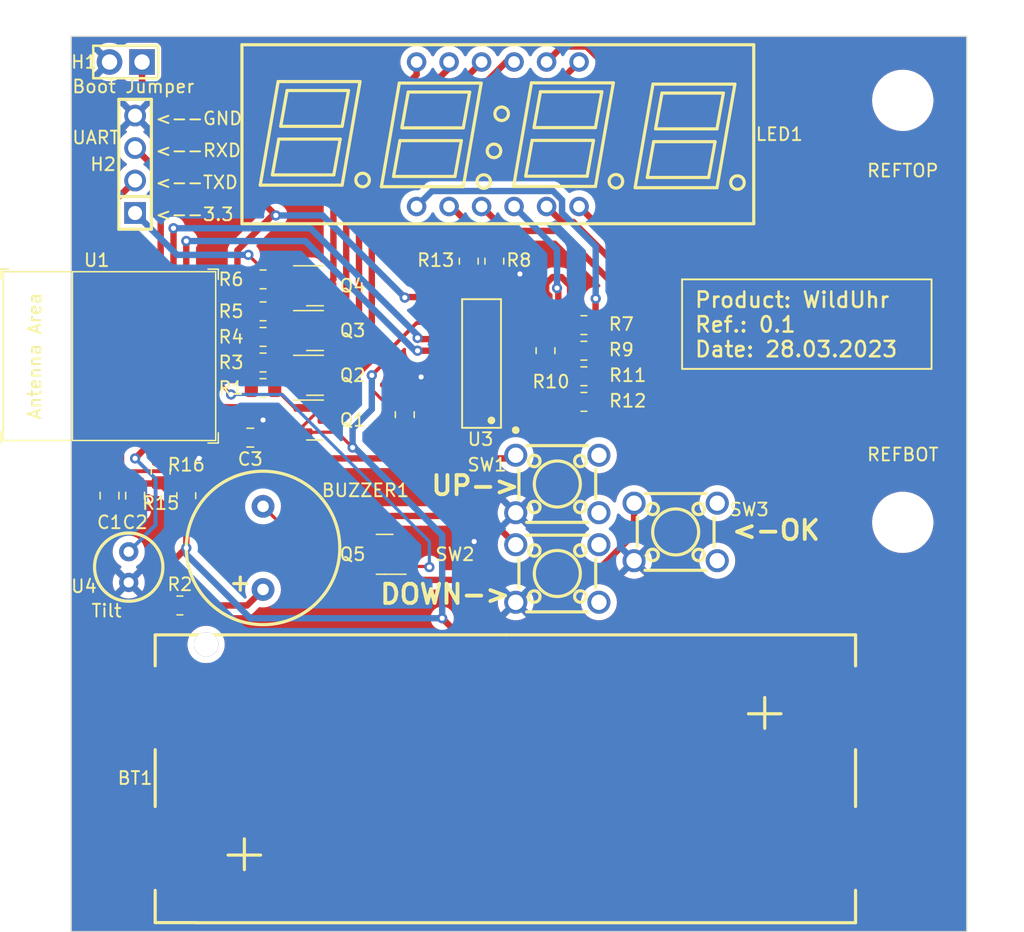
<source format=kicad_pcb>
(kicad_pcb (version 20221018) (generator pcbnew)
  (title_block (title "WildClock") (date "2023-02-19") (rev "0.1"))
  (layers (0 "F.Cu" signal) (31 "B.Cu" signal) (34 "B.Paste" user) (35 "F.Paste" user) (36 "B.SilkS" user "B.Silkscreen") (37 "F.SilkS" user "F.Silkscreen") (38 "B.Mask" user) (39 "F.Mask" user) (44 "Edge.Cuts" user))
  (net 0 "")
  (net 1 "BUZZ")
  (net 2 "Net-(BUZZER1-+)")
  (net 3 "GND")
  (net 4 "TXD0")
  (net 5 "+3.3V")
  (net 6 "RXD0")
  (net 7 "SER")
  (net 8 "CA4")
  (net 9 "CA3")
  (net 10 "CA2")
  (net 11 "CA1")
  (net 12 "Q1")
  (net 13 "Q2")
  (net 14 "Q3")
  (net 15 "Q4")
  (net 16 "A")
  (net 17 "Net-(BUZZER1--)")
  (net 18 "B")
  (net 19 "Net-(U1-EN{slash}CHIP_PU)")
  (net 20 "C")
  (net 21 "Net-(LED1-A)")
  (net 22 "D")
  (net 23 "Net-(LED1-B)")
  (net 24 "E")
  (net 25 "Net-(LED1-C)")
  (net 26 "F")
  (net 27 "Net-(LED1-D)")
  (net 28 "G")
  (net 29 "Net-(LED1-E)")
  (net 30 "DP")
  (net 31 "SWOK")
  (net 32 "TILT")
  (net 33 "SWUP")
  (net 34 "SWDOWN")
  (net 35 "RCLK")
  (net 36 "Net-(LED1-F)")
  (net 37 "Net-(LED1-G)")
  (net 38 "Net-(LED1-DI)")
  (net 39 "Net-(Q1-G)")
  (net 40 "Net-(Q2-G)")
  (net 41 "Net-(Q3-G)")
  (net 42 "Net-(Q4-G)")
  (net 51 "SRCLK")
  (net 54 "Net-(BT1-Pad2)")
  (footprint "MountingHole:MountingHole_4.3mm_M4" (layer "F.Cu") (at 88 22)
    (fp_text reference "REFTOP")
    (fp_text value "MountingHole_4.3mm_M4")
  )
  (footprint "Resistor_SMD:R_0805_2012Metric" (layer "F.Cu") (at 63.0775 41.5775 180)
    (fp_text reference "R9")
    (fp_text value "150")
  )
  (footprint "Resistor_SMD:R_0805_2012Metric" (layer "F.Cu") (at 63.0775 39.5775 180)
    (fp_text reference "R7")
    (fp_text value "150")
  )
  (footprint "Package_TO_SOT_SMD:SOT-23" (layer "F.Cu") (at 42.0625 43.5)
    (fp_text reference "Q2")
    (fp_text value "AO3401A")
  )
  (footprint "Resistor_SMD:R_0805_2012Metric" (layer "F.Cu") (at 38 42.5 180)
    (fp_text reference "R3")
    (fp_text value "1k")
  )
  (footprint "Capacitor_SMD:C_0805_2012Metric" (layer "F.Cu") (at 28 52.9125 90)
    (fp_text reference "C2")
    (fp_text value "0.1uF")
  )
  (footprint "Package_TO_SOT_SMD:SOT-23" (layer "F.Cu") (at 42.0625 47)
    (fp_text reference "Q1")
    (fp_text value "AO3401A")
  )
  (footprint "MountingHole:MountingHole_4.3mm_M4" (layer "F.Cu") (at 88 55)
    (fp_text reference "REFBOT")
    (fp_text value "MountingHole_4.3mm_M4")
  )
  (footprint "Resistor_SMD:R_0805_2012Metric" (layer "F.Cu") (at 54.0775 34.5775 -90)
    (fp_text reference "R13")
    (fp_text value "150")
  )
  (footprint "easyeda2kicad:HDR-TH_4P-P2.54-V-M" (layer "F.Cu") (at 28 27 90)
    (fp_text reference "H2")
    (fp_text value "UART")
  )
  (footprint "Resistor_SMD:R_0805_2012Metric" (layer "F.Cu") (at 63.0775 43.5775 180)
    (fp_text reference "R11")
    (fp_text value "150")
  )
  (footprint "Resistor_SMD:R_0805_2012Metric" (layer "F.Cu") (at 31.5 61.5)
    (fp_text reference "R2")
    (fp_text value "70")
  )
  (footprint "Resistor_SMD:R_0805_2012Metric" (layer "F.Cu") (at 38 40.5 180)
    (fp_text reference "R4")
    (fp_text value "1k")
  )
  (footprint "easyeda2kicad:SW-TH_4P-L6.0-W6.0-P4.50-LS6.5" (layer "F.Cu") (at 61 52)
    (fp_text reference "SW1")
    (fp_text value "SWUP")
  )
  (footprint "easyeda2kicad:SENSOR-TH_SW-520DS-AB12G" (layer "F.Cu") (at 27.5 58.5 90)
    (fp_text reference "U4")
    (fp_text value "TiltSensor")
  )
  (footprint "Resistor_SMD:R_0805_2012Metric" (layer "F.Cu") (at 63.0775 45.5775 180)
    (fp_text reference "R12")
    (fp_text value "150")
  )
  (footprint "Resistor_SMD:R_0805_2012Metric" (layer "F.Cu") (at 49.0775 46.5775 90)
    (fp_text reference "R14" hide)
    (fp_text value "150")
  )
  (footprint "Resistor_SMD:R_0805_2012Metric" (layer "F.Cu") (at 38 36)
    (fp_text reference "R6")
    (fp_text value "10k")
  )
  (footprint "Capacitor_SMD:C_0805_2012Metric" (layer "F.Cu") (at 37 48.375 180)
    (fp_text reference "C3")
    (fp_text value "1uF")
  )
  (footprint "easyeda2kicad:BUZ-TH_BD12.0-P6.50-D0.6-FD" (layer "F.Cu") (at 38 57 90)
    (fp_text reference "BUZZER1")
    (fp_text value "GMC1209YB-25R2048")
  )
  (footprint "easyeda2kicad:BAT-SMD_BH-AAA-B5AA001" (layer "F.Cu") (at 57 75)
    (fp_text reference "BT1")
    (fp_text value "aaa bp")
  )
  (footprint "easyeda2kicad:LED-SEG-TH_SLR0394DBA5BD" (layer "F.Cu") (at 56.35 24.65)
    (fp_text reference "LED1")
    (fp_text value "SLR0394DBA5BD")
  )
  (footprint "Resistor_SMD:R_0805_2012Metric" (layer "F.Cu") (at 38 38.5 180)
    (fp_text reference "R5")
    (fp_text value "1k")
  )
  (footprint "easyeda2kicad:SW-TH_4P-L6.0-W6.0-P4.50-LS6.5" (layer "F.Cu") (at 70.25 55.75)
    (fp_text reference "SW3")
    (fp_text value "SWOK")
  )
  (footprint "Resistor_SMD:R_0805_2012Metric" (layer "F.Cu") (at 38 44.5 180)
    (fp_text reference "R1")
    (fp_text value "1k")
  )
  (footprint "Resistor_SMD:R_0805_2012Metric" (layer "F.Cu") (at 30 51 -90)
    (fp_text reference "R15")
    (fp_text value "1k")
  )
  (footprint "Package_TO_SOT_SMD:SOT-23" (layer "F.Cu") (at 42.0625 40)
    (fp_text reference "Q3")
    (fp_text value "AO3401A")
  )
  (footprint "Capacitor_SMD:C_0805_2012Metric" (layer "F.Cu") (at 26 52.9125 90)
    (fp_text reference "C1")
    (fp_text value "10uF")
  )
  (footprint "easyeda2kicad:HDR-TH_2P-P2.54-V-M" (layer "F.Cu") (at 27.27 19 180)
    (fp_text reference "H1")
    (fp_text value "PZ254-1-02-Z-8.5")
  )
  (footprint "easyeda2kicad:SOIC-16_L9.9-W3.9-P1.27-LS6.0-BL" (layer "F.Cu") (at 55.0775 42.5775 90)
    (fp_text reference "U3")
    (fp_text value "74HC595")
  )
  (footprint "Package_TO_SOT_SMD:SOT-23" (layer "F.Cu") (at 42.0625 36.5)
    (fp_text reference "Q4")
    (fp_text value "AO3401A")
  )
  (footprint "Package_TO_SOT_SMD:SOT-23" (layer "F.Cu") (at 47.5 57.5 180)
    (fp_text reference "Q5")
    (fp_text value "AO3400A")
  )
  (footprint "Resistor_SMD:R_0805_2012Metric" (layer "F.Cu") (at 56.0775 34.5775 -90)
    (fp_text reference "R8")
    (fp_text value "150")
  )
  (footprint "Espressif:ESP32-C3-MINI-1" (layer "F.Cu") (at 26 42 90)
    (fp_text reference "U1")
    (fp_text value "ESP32-C3-MINI-1")
  )
  (footprint "Resistor_SMD:R_0805_2012Metric" (layer "F.Cu") (at 60.0775 41.5775 -90)
    (fp_text reference "R10")
    (fp_text value "150")
  )
  (footprint "Resistor_SMD:R_0805_2012Metric" (layer "F.Cu") (at 32 52.9125 -90)
    (fp_text reference "R16")
    (fp_text value "10k")
  )
  (footprint "easyeda2kicad:SW-TH_4P-L6.0-W6.0-P4.50-LS6.5" (layer "F.Cu") (at 61 59)
    (fp_text reference "SW2")
    (fp_text value "SWDOWN")
  )
  (gr_line (start 23 87) (end 93 87) (stroke (width 0.1)) (layer "Edge.Cuts"))
  (gr_line (start 93 87) (end 93 17) (stroke (width 0.1)) (layer "Edge.Cuts"))
  (gr_line (start 93 17) (end 23 17) (stroke (width 0.1)) (layer "Edge.Cuts"))
  (gr_line (start 23 17) (end 23 87) (stroke (width 0.1)) (layer "Edge.Cuts"))
  (gr_text "UP->" (at 51 53) (layer "F.SilkS") (effects (font (size 1.5 1.5) (thickness 0.3) bold) (justify left bottom)))
  (gr_text "<--3.3" (at 29.5 31.5) (layer "F.SilkS") (effects (font (size 1 1)) (justify left bottom)))
  (gr_text "<--TXD" (at 29.5 29) (layer "F.SilkS") (effects (font (size 1 1)) (justify left bottom)))
  (gr_text "<--GND" (at 29.5 24) (layer "F.SilkS") (effects (font (size 1 1)) (justify left bottom)))
  (gr_text "Tilt" (at 24.5 62.5) (layer "F.SilkS") (effects (font (size 1 1)) (justify left bottom)))
  (gr_text "<-OK" (at 74.5 56.5) (layer "F.SilkS") (effects (font (size 1.5 1.5) (thickness 0.3) bold) (justify left bottom)))
  (gr_text "Boot Jumper" (at 23 21.5) (layer "F.SilkS") (effects (font (size 1 1)) (justify left bottom)))
  (gr_text "UART" (at 23 25.5) (layer "F.SilkS") (effects (font (size 1 1)) (justify left bottom)))
  (gr_text "<--RXD" (at 29.5 26.5) (layer "F.SilkS") (effects (font (size 1 1)) (justify left bottom)))
  (gr_text "DOWN->" (at 47 61.5) (layer "F.SilkS") (effects (font (size 1.5 1.5) (thickness 0.3) bold) (justify left bottom)))
  (gr_text_box "Product: WildUhr \nRef.: 0.1\nDate: 28.03.2023" (start 70.75 36) (end 90.25 43) (layer "F.SilkS") (effects (font (size 1.2 1.2) (thickness 0.2) bold) (justify left top)) (stroke (width 0.15)))
  (segment (start 48.4375 58.45) (end 50.95 58.45) (width 0.25) (layer "F.Cu") (net 1))
  (segment (start 34.1 43.6) (end 35.5 45) (width 0.25) (layer "F.Cu") (net 1))
  (segment (start 50.95 58.45) (end 51 58.5) (width 0.25) (layer "F.Cu") (net 1))
  (segment (start 33.6 43.6) (end 34.1 43.6) (width 0.25) (layer "F.Cu") (net 1))
  (via (at 35.5 45) (size 0.8) (drill 0.4) (layers "F.Cu" "B.Cu") (net 1))
  (via (at 51 58.5) (size 0.8) (drill 0.4) (layers "F.Cu" "B.Cu") (net 1))
  (segment (start 39.5 45) (end 35.5 45) (width 0.25) (layer "B.Cu") (net 1))
  (segment (start 51 58.5) (end 51 56.5) (width 0.25) (layer "B.Cu") (net 1))
  (segment (start 51 56.5) (end 39.5 45) (width 0.25) (layer "B.Cu") (net 1))
  (segment (start 36.75 61.5) (end 38 60.25) (width 0.5) (layer "F.Cu") (net 2))
  (segment (start 32.4125 61.5) (end 36.75 61.5) (width 0.5) (layer "F.Cu") (net 2))
  (segment (start 38 48.325) (end 37.95 48.375) (width 0.5) (layer "F.Cu") (net 3))
  (via (at 54.5 56.5) (size 0.8) (drill 0.4) (layers "F.Cu" "B.Cu") (net 3))
  (via (at 50.3545 43.6305) (size 0.8) (drill 0.4) (layers "F.Cu" "B.Cu") (net 3))
  (via (at 38 47) (size 0.8) (drill 0.4) (layers "F.Cu" "B.Cu") (net 3))
  (via (at 33 50) (size 0.8) (drill 0.4) (layers "F.Cu" "B.Cu") (net 3))
  (via (at 58.0775 35.5775) (size 0.8) (drill 0.4) (layers "F.Cu" "B.Cu") (net 3))
  (segment (start 26 30.27) (end 26 33.75) (width 0.5) (layer "F.Cu") (net 4))
  (segment (start 28 28.27) (end 26 30.27) (width 0.5) (layer "F.Cu") (net 4))
  (segment (start 27.9 35.65) (end 27.9 36.1) (width 0.5) (layer "F.Cu") (net 4))
  (segment (start 27.9 35.4) (end 27.9 36.1) (width 0.5) (layer "F.Cu") (net 4))
  (segment (start 26 33.75) (end 27.9 35.65) (width 0.5) (layer "F.Cu") (net 4))
  (segment (start 41.125 44.625) (end 42.1875 45.6875) (width 0.25) (layer "F.Cu") (net 5))
  (segment (start 43.7995 47.95) (end 41.125 47.95) (width 0.25) (layer "F.Cu") (net 5))
  (segment (start 39.9875 34.925) (end 41.909251 34.925) (width 0.25) (layer "F.Cu") (net 5))
  (segment (start 41.125 44.45) (end 41.125 43.959251) (width 0.25) (layer "F.Cu") (net 5))
  (segment (start 31.825 53.825) (end 30 52) (width 0.5) (layer "F.Cu") (net 5))
  (segment (start 48.0775 41.9225) (end 48.0775 41.3355) (width 0.3) (layer "F.Cu") (net 5))
  (segment (start 29.9625 51.9625) (end 30 52) (width 0.5) (layer "F.Cu") (net 5))
  (segment (start 42.1875 45.6875) (end 42.1875 46.403249) (width 0.25) (layer "F.Cu") (net 5))
  (segment (start 42.1875 38.5125) (end 41.125 37.45) (width 0.25) (layer "F.Cu") (net 5))
  (segment (start 46.5 44.613173) (end 46.5 43.5) (width 0.25) (layer "F.Cu") (net 5))
  (segment (start 51.9885 46.6785) (end 49.791673 46.6785) (width 0.25) (layer "F.Cu") (net 5))
  (segment (start 84.87 69.5) (end 59 69.5) (width 0.5) (layer "F.Cu") (net 5))
  (segment (start 50.0055 39.4075) (end 52.3375 39.4075) (width 0.3) (layer "F.Cu") (net 5))
  (segment (start 32 57) (end 30.5 58.5) (width 0.5) (layer "F.Cu") (net 5))
  (segment (start 38.9125 36) (end 38.76825 36) (width 0.25) (layer "F.Cu") (net 5))
  (segment (start 38.76825 36) (end 36.8495 34.08125) (width 0.25) (layer "F.Cu") (net 5))
  (segment (start 30.5875 61.5) (end 30.5875 58.4125) (width 0.5) (layer "F.Cu") (net 5))
  (segment (start 32 53.825) (end 32 57) (width 0.5) (layer "F.Cu") (net 5))
  (segment (start 42.1875 35.896751) (end 41.125 36.959251) (width 0.25) (layer "F.Cu") (net 5))
  (segment (start 41.125 36.959251) (end 42.348439 35.735812) (width 0.25) (layer "F.Cu") (net 5))
  (segment (start 42.1875 39.396751) (end 42.1875 38.5125) (width 0.25) (layer "F.Cu") (net 5))
  (segment (start 52.3375 47.0275) (end 51.9885 46.6785) (width 0.25) (layer "F.Cu") (net 5))
  (segment (start 41.125 36.959251) (end 41.125 37.45) (width 0.25) (layer "F.Cu") (net 5))
  (segment (start 41.125 40.95) (end 41.125 40.459251) (width 0.25) (layer "F.Cu") (net 5))
  (segment (start 46.5 43.5) (end 48.0775 41.9225) (width 0.3) (layer "F.Cu") (net 5))
  (segment (start 42.1875 46.403249) (end 41.125 47.465749) (width 0.25) (layer "F.Cu") (net 5))
  (segment (start 41.125 43.959251) (end 42.1875 42.896751) (width 0.25) (layer "F.Cu") (net 5))
  (segment (start 41.125 44.45) (end 41.125 44.625) (width 0.25) (layer "F.Cu") (net 5))
  (segment (start 45 49.1505) (end 43.7995 47.95) (width 0.25) (layer "F.Cu") (net 5))
  (segment (start 42.1875 35.203249) (end 42.1875 35.896751) (width 0.25) (layer "F.Cu") (net 5))
  (segment (start 48.539327 46.6525) (end 46.5 44.613173) (width 0.25) (layer "F.Cu") (net 5))
  (segment (start 30.5875 58.4125) (end 32 57) (width 0.5) (layer "F.Cu") (net 5))
  (segment (start 26.3 51.6625) (end 26 51.9625) (width 0.5) (layer "F.Cu") (net 5))
  (segment (start 41.125 40.459251) (end 42.1875 39.396751) (width 0.25) (layer "F.Cu") (net 5))
  (segment (start 59 69.5) (end 52 62.5) (width 0.5) (layer "F.Cu") (net 5))
  (segment (start 32 53.825) (end 31.825 53.825) (width 0.5) (layer "F.Cu") (net 5))
  (segment (start 49.765673 46.6525) (end 48.539327 46.6525) (width 0.25) (layer "F.Cu") (net 5))
  (segment (start 49.791673 46.6785) (end 49.765673 46.6525) (width 0.25) (layer "F.Cu") (net 5))
  (segment (start 26.3 47.9) (end 26.3 51.6625) (width 0.5) (layer "F.Cu") (net 5))
  (segment (start 41.125 47.465749) (end 41.125 47.95) (width 0.25) (layer "F.Cu") (net 5))
  (segment (start 26 51.9625) (end 29.9625 51.9625) (width 0.5) (layer "F.Cu") (net 5))
  (segment (start 41.909251 34.925) (end 42.1875 35.203249) (width 0.25) (layer "F.Cu") (net 5))
  (segment (start 38.9125 36) (end 39.9875 34.925) (width 0.25) (layer "F.Cu") (net 5))
  (segment (start 42.1875 42.0125) (end 41.125 40.95) (width 0.25) (layer "F.Cu") (net 5))
  (segment (start 42.1875 42.896751) (end 42.1875 42.0125) (width 0.25) (layer "F.Cu") (net 5))
  (segment (start 48.0775 41.3355) (end 50.0055 39.4075) (width 0.3) (layer "F.Cu") (net 5))
  (via (at 32 57) (size 0.8) (drill 0.4) (layers "F.Cu" "B.Cu") (net 5))
  (via (at 45 49.1505) (size 0.8) (drill 0.4) (layers "F.Cu" "B.Cu") (net 5))
  (via (at 36.8495 34.08125) (size 0.8) (drill 0.4) (layers "F.Cu" "B.Cu") (net 5))
  (via (at 52 62.5) (size 0.8) (drill 0.4) (layers "F.Cu" "B.Cu") (net 5))
  (via (at 46.5 43.5) (size 0.8) (drill 0.4) (layers "F.Cu" "B.Cu") (net 5))
  (segment (start 31.27125 34.08125) (end 36.8495 34.08125) (width 0.5) (layer "B.Cu") (net 5))
  (segment (start 46.5 43.5) (end 46.5 46.155) (width 0.5) (layer "B.Cu") (net 5))
  (segment (start 45 49.1505) (end 45.1505 49.1505) (width 0.5) (layer "B.Cu") (net 5))
  (segment (start 46.5 46.155) (end 45 47.655) (width 0.5) (layer "B.Cu") (net 5))
  (segment (start 52 62.5) (end 37 62.5) (width 0.5) (layer "B.Cu") (net 5))
  (segment (start 45.1505 49.1505) (end 52 56) (width 0.5) (layer "B.Cu") (net 5))
  (segment (start 32 57.5) (end 32 57) (width 0.5) (layer "B.Cu") (net 5))
  (segment (start 37 62.5) (end 32 57.5) (width 0.5) (layer "B.Cu") (net 5))
  (segment (start 36.8495 34.08125) (end 36.961937 33.968813) (width 0.5) (layer "B.Cu") (net 5))
  (segment (start 28 30.81) (end 31.27125 34.08125) (width 0.5) (layer "B.Cu") (net 5))
  (segment (start 52 56) (end 52 62.5) (width 0.5) (layer "B.Cu") (net 5))
  (segment (start 45 47.655) (end 45 49.1505) (width 0.5) (layer "B.Cu") (net 5))
  (segment (start 30 27.73) (end 30 34.1) (width 0.5) (layer "F.Cu") (net 6))
  (segment (start 30 34.1) (end 28.7 35.4) (width 0.5) (layer "F.Cu") (net 6))
  (segment (start 28.7 35.4) (end 28.7 36.1) (width 0.5) (layer "F.Cu") (net 6))
  (segment (start 28 25.73) (end 30 27.73) (width 0.5) (layer "F.Cu") (net 6))
  (segment (start 49.1175 37.3825) (end 53.676028 37.3825) (width 0.5) (layer "F.Cu") (net 7))
  (segment (start 35.9995 33.729168) (end 35.9995 36.9995) (width 0.5) (layer "F.Cu") (net 7))
  (segment (start 54.8775 43.7775) (end 54.1725 44.4825) (width 0.5) (layer "F.Cu") (net 7))
  (segment (start 38.728668 31) (end 35.9995 33.729168) (width 0.5) (layer "F.Cu") (net 7))
  (segment (start 49.0775 37.4225) (end 49.1175 37.3825) (width 0.5) (layer "F.Cu") (net 7))
  (segment (start 35.9995 36.9995) (end 36 37) (width 0.5) (layer "F.Cu") (net 7))
  (segment (start 39 31) (end 28.54 20.54) (width 0.5) (layer "F.Cu") (net 7))
  (segment (start 36 37) (end 35 38) (width 0.5) (layer "F.Cu") (net 7))
  (segment (start 39 31) (end 38.728668 31) (width 0.5) (layer "F.Cu") (net 7))
  (segment (start 54.8775 38.583972) (end 54.8775 43.7775) (width 0.5) (layer "F.Cu") (net 7))
  (segment (start 54.1725 44.4825) (end 52.6025 44.4825) (width 0.5) (layer "F.Cu") (net 7))
  (segment (start 28.54 20.54) (end 28.54 19) (width 0.5) (layer "F.Cu") (net 7))
  (segment (start 53.676028 37.3825) (end 54.8775 38.583972) (width 0.5) (layer "F.Cu") (net 7))
  (segment (start 35 38) (end 33.6 38) (width 0.5) (layer "F.Cu") (net 7))
  (via (at 39 31) (size 0.8) (drill 0.4) (layers "F.Cu" "B.Cu") (net 7))
  (via (at 49.0775 37.4225) (size 0.8) (drill 0.4) (layers "F.Cu" "B.Cu") (net 7))
  (segment (start 39 31) (end 42.655 31) (width 0.5) (layer "B.Cu") (net 7))
  (segment (start 42.655 31) (end 49.0775 37.4225) (width 0.5) (layer "B.Cu") (net 7))
  (segment (start 46.5 29.5) (end 57 19) (width 0.5) (layer "F.Cu") (net 8))
  (segment (start 43 45.797918) (end 46.5 42.297918) (width 0.5) (layer "F.Cu") (net 8))
  (segment (start 46.5 42.297918) (end 46.5 29.5) (width 0.5) (layer "F.Cu") (net 8))
  (segment (start 57 19) (end 57.62 19) (width 0.5) (layer "F.Cu") (net 8))
  (segment (start 43 47) (end 43 45.797918) (width 0.5) (layer "F.Cu") (net 8))
  (segment (start 45.5 41) (end 45.5 28.58) (width 0.5) (layer "F.Cu") (net 9))
  (segment (start 43 43.5) (end 45.5 41) (width 0.5) (layer "F.Cu") (net 9))
  (segment (start 45.5 28.58) (end 55.08 19) (width 0.5) (layer "F.Cu") (net 9))
  (segment (start 52.54 19.48) (end 52.54 19) (width 0.5) (layer "F.Cu") (net 10))
  (segment (start 43 40) (end 44.5 38.5) (width 0.5) (layer "F.Cu") (net 10))
  (segment (start 44.5 38.5) (end 44.5 27.52) (width 0.5) (layer "F.Cu") (net 10))
  (segment (start 44.5 27.52) (end 52.54 19.48) (width 0.5) (layer "F.Cu") (net 10))
  (segment (start 43.5 36) (end 43.5 26.5) (width 0.5) (layer "F.Cu") (net 11))
  (segment (start 43 36.5) (end 43.5 36) (width 0.5) (layer "F.Cu") (net 11))
  (segment (start 43.5 26.5) (end 50 20) (width 0.5) (layer "F.Cu") (net 11))
  (segment (start 50 20) (end 50 19) (width 0.5) (layer "F.Cu") (net 11))
  (segment (start 35.5 44) (end 36.5875 44) (width 0.25) (layer "F.Cu") (net 12))
  (segment (start 35.5 43.25) (end 35.5 44) (width 0.25) (layer "F.Cu") (net 12))
  (segment (start 36.5875 44) (end 37.0875 44.5) (width 0.25) (layer "F.Cu") (net 12))
  (segment (start 34.25 42) (end 35.5 43.25) (width 0.25) (layer "F.Cu") (net 12))
  (segment (start 33.6 42) (end 34.25 42) (width 0.25) (layer "F.Cu") (net 12))
  (segment (start 35.7875 41.2) (end 33.6 41.2) (width 0.25) (layer "F.Cu") (net 13))
  (segment (start 37.0875 42.5) (end 35.7875 41.2) (width 0.25) (layer "F.Cu") (net 13))
  (segment (start 37.0875 40.5) (end 36.1875 39.6) (width 0.25) (layer "F.Cu") (net 14))
  (segment (start 36.1875 39.6) (end 33.6 39.6) (width 0.25) (layer "F.Cu") (net 14))
  (segment (start 37.0875 38.5) (end 37.0875 36) (width 0.5) (layer "F.Cu") (net 15))
  (segment (start 36.7875 38.8) (end 37.0875 38.5) (width 0.5) (layer "F.Cu") (net 15))
  (segment (start 33.6 38.8) (end 36.7875 38.8) (width 0.5) (layer "F.Cu") (net 15))
  (segment (start 60.35005 39.4025) (end 60.3775 39.37505) (width 0.5) (layer "F.Cu") (net 16))
  (segment (start 60.3775 39.37505) (end 60.3775 37.280958) (width 0.5) (layer "F.Cu") (net 16))
  (segment (start 62 39.4125) (end 62.165 39.5775) (width 0.5) (layer "F.Cu") (net 16))
  (segment (start 57.5525 39.4025) (end 60.35005 39.4025) (width 0.5) (layer "F.Cu") (net 16))
  (segment (start 61.328894 35.828188) (end 62 36.499294) (width 0.5) (layer "F.Cu") (net 16))
  (segment (start 60.126812 37.03027) (end 60.126812 36.326106) (width 0.5) (layer "F.Cu") (net 16))
  (segment (start 62 36.499294) (end 62 39.4125) (width 0.5) (layer "F.Cu") (net 16))
  (segment (start 60.3775 37.280958) (end 60.126812 37.03027) (width 0.5) (layer "F.Cu") (net 16))
  (segment (start 60.62473 35.828188) (end 61.328894 35.828188) (width 0.5) (layer "F.Cu") (net 16))
  (segment (start 60.126812 36.326106) (end 60.62473 35.828188) (width 0.5) (layer "F.Cu") (net 16))
  (segment (start 38 53.75) (end 41.75 57.5) (width 0.25) (layer "F.Cu") (net 17))
  (segment (start 41.75 57.5) (end 46.5625 57.5) (width 0.25) (layer "F.Cu") (net 17))
  (segment (start 56.966028 40.6725) (end 56.0775 39.783972) (width 0.5) (layer "F.Cu") (net 18))
  (segment (start 57.5525 40.6725) (end 56.966028 40.6725) (width 0.5) (layer "F.Cu") (net 18))
  (segment (start 56.0775 39.783972) (end 56.0775 35.49) (width 0.5) (layer "F.Cu") (net 18))
  (segment (start 30.3 47.9) (end 30.3 49.7875) (width 0.5) (layer "F.Cu") (net 19))
  (segment (start 30 50.0875) (end 31.0875 50.0875) (width 0.5) (layer "F.Cu") (net 19))
  (segment (start 31.0875 50.0875) (end 32 51) (width 0.5) (layer "F.Cu") (net 19))
  (segment (start 30 50.0875) (end 30 50) (width 0.5) (layer "F.Cu") (net 19))
  (segment (start 32 51) (end 34.05 51) (width 0.5) (layer "F.Cu") (net 19))
  (segment (start 30.3 49.7875) (end 30 50.0875) (width 0.5) (layer "F.Cu") (net 19))
  (segment (start 34.05 51) (end 36.05 49) (width 0.5) (layer "F.Cu") (net 19))
  (segment (start 57.9175 41.5775) (end 62.165 41.5775) (width 0.3) (layer "F.Cu") (net 20))
  (segment (start 57.5525 41.9425) (end 57.9175 41.5775) (width 0.3) (layer "F.Cu") (net 20))
  (segment (start 63.99 39.5775) (end 63.99 37.51) (width 0.5) (layer "F.Cu") (net 21))
  (segment (start 63.99 37.51) (end 64 37.5) (width 0.5) (layer "F.Cu") (net 21))
  (via (at 64 37.5) (size 0.8) (drill 0.4) (layers "F.Cu" "B.Cu") (net 21))
  (segment (start 51.21 29.09) (end 60.661199 29.09) (width 0.5) (layer "B.Cu") (net 21))
  (segment (start 50 30.3) (end 51.21 29.09) (width 0.5) (layer "B.Cu") (net 21))
  (segment (start 60.661199 29.09) (end 61.37 29.798801) (width 0.5) (layer "B.Cu") (net 21))
  (segment (start 61.37 29.798801) (end 61.37 30.801199) (width 0.5) (layer "B.Cu") (net 21))
  (segment (start 64 33.431199) (end 64 37.5) (width 0.5) (layer "B.Cu") (net 21))
  (segment (start 61.37 30.801199) (end 64 33.431199) (width 0.5) (layer "B.Cu") (net 21))
  (segment (start 57.5525 43.2125) (end 59.355 43.2125) (width 0.5) (layer "F.Cu") (net 22))
  (segment (start 59.355 43.2125) (end 60.0775 42.49) (width 0.5) (layer "F.Cu") (net 22))
  (segment (start 52.54 30.3) (end 52.7125 30.3) (width 0.5) (layer "F.Cu") (net 23))
  (segment (start 52.7125 30.3) (end 56.0775 33.665) (width 0.5) (layer "F.Cu") (net 23))
  (segment (start 57.5525 44.4825) (end 61.26 44.4825) (width 0.5) (layer "F.Cu") (net 24))
  (segment (start 61.26 44.4825) (end 62.165 43.5775) (width 0.5) (layer "F.Cu") (net 24))
  (segment (start 56.99 32.21) (end 61.21 32.21) (width 0.5) (layer "F.Cu") (net 25))
  (segment (start 55.08 30.3) (end 56.99 32.21) (width 0.5) (layer "F.Cu") (net 25))
  (segment (start 65.5 40.0675) (end 63.99 41.5775) (width 0.5) (layer "F.Cu") (net 25))
  (segment (start 65.5 36.5) (end 65.5 40.0675) (width 0.5) (layer "F.Cu") (net 25))
  (segment (start 61.21 32.21) (end 65.5 36.5) (width 0.5) (layer "F.Cu") (net 25))
  (segment (start 61.985 45.7575) (end 62.165 45.5775) (width 0.5) (layer "F.Cu") (net 26))
  (segment (start 57.8175 45.7575) (end 61.985 45.7575) (width 0.5) (layer "F.Cu") (net 26))
  (segment (start 61.0775 36.778876) (end 60.976812 36.678188) (width 0.5) (layer "F.Cu") (net 27))
  (segment (start 61.0775 39.665) (end 61.0775 36.778876) (width 0.5) (layer "F.Cu") (net 27))
  (segment (start 60.0775 40.665) (end 61.0775 39.665) (width 0.5) (layer "F.Cu") (net 27))
  (via (at 60.976812 36.678188) (size 0.8) (drill 0.4) (layers "F.Cu" "B.Cu") (net 27))
  (segment (start 60.976812 33.656812) (end 60.976812 36.678188) (width 0.5) (layer "B.Cu") (net 27))
  (segment (start 57.62 30.3) (end 60.976812 33.656812) (width 0.5) (layer "B.Cu") (net 27))
  (segment (start 55.4775 37.9775) (end 54.0775 36.5775) (width 0.3) (layer "F.Cu") (net 28))
  (segment (start 56.5225 47.0225) (end 55.4775 45.9775) (width 0.3) (layer "F.Cu") (net 28))
  (segment (start 55.4775 45.9775) (end 55.4775 37.9775) (width 0.3) (layer "F.Cu") (net 28))
  (segment (start 57.5525 47.0225) (end 56.5225 47.0225) (width 0.3) (layer "F.Cu") (net 28))
  (segment (start 54.0775 36.5775) (end 54.0775 35.49) (width 0.3) (layer "F.Cu") (net 28))
  (segment (start 61.37 31.51) (end 62.2375 31.51) (width 0.5) (layer "F.Cu") (net 29))
  (segment (start 60.16 30.3) (end 61.37 31.51) (width 0.5) (layer "F.Cu") (net 29))
  (segment (start 66.6775 35.95) (end 66.6775 40.89) (width 0.5) (layer "F.Cu") (net 29))
  (segment (start 62.2375 31.51) (end 66.6775 35.95) (width 0.5) (layer "F.Cu") (net 29))
  (segment (start 66.6775 40.89) (end 63.99 43.5775) (width 0.5) (layer "F.Cu") (net 29))
  (segment (start 49.0775 45.665) (end 52.515 45.665) (width 0.5) (layer "F.Cu") (net 30))
  (segment (start 27 48.8) (end 27 51) (width 0.3) (layer "F.Cu") (net 31))
  (segment (start 63.409189 59.5) (end 40.5 59.5) (width 0.5) (layer "F.Cu") (net 31))
  (segment (start 31 51) (end 32 52) (width 0.3) (layer "F.Cu") (net 31))
  (segment (start 67 55.909189) (end 63.409189 59.5) (width 0.5) (layer "F.Cu") (net 31))
  (segment (start 40.5 59.5) (end 33 52) (width 0.5) (layer "F.Cu") (net 31))
  (segment (start 27.15 48.65) (end 27 48.8) (width 0.3) (layer "F.Cu") (net 31))
  (segment (start 27.65 48.65) (end 27.15 48.65) (width 0.3) (layer "F.Cu") (net 31))
  (segment (start 33 52) (end 32 52) (width 0.5) (layer "F.Cu") (net 31))
  (segment (start 27 51) (end 31 51) (width 0.3) (layer "F.Cu") (net 31))
  (segment (start 27.9 48.4) (end 27.65 48.65) (width 0.3) (layer "F.Cu") (net 31))
  (segment (start 27.9 47.9) (end 27.9 48.4) (width 0.3) (layer "F.Cu") (net 31))
  (segment (start 67 53.5) (end 67 55.909189) (width 0.5) (layer "F.Cu") (net 31))
  (segment (start 28.7 47.9) (end 28.7 49.3) (width 0.5) (layer "F.Cu") (net 32))
  (segment (start 28.7 49.3) (end 28 50) (width 0.5) (layer "F.Cu") (net 32))
  (via (at 28 50) (size 0.8) (drill 0.4) (layers "F.Cu" "B.Cu") (net 32))
  (segment (start 29.6 51.6) (end 29.6 54.6) (width 0.3) (layer "B.Cu") (net 32))
  (segment (start 29.6 55.2) (end 29.6 54.6) (width 0.3) (layer "B.Cu") (net 32))
  (segment (start 28 50) (end 29.6 51.6) (width 0.3) (layer "B.Cu") (net 32))
  (segment (start 27.5 57.3) (end 29.6 55.2) (width 0.3) (layer "B.Cu") (net 32))
  (segment (start 57.75 49.75) (end 57.5 50) (width 0.5) (layer "F.Cu") (net 33))
  (segment (start 57.5 50) (end 41.588972 50) (width 0.5) (layer "F.Cu") (net 33))
  (segment (start 39 46) (end 35 46) (width 0.5) (layer "F.Cu") (net 33))
  (segment (start 39.9375 46.9375) (end 39 46) (width 0.5) (layer "F.Cu") (net 33))
  (segment (start 39.9375 48.348528) (end 39.9375 46.9375) (width 0.5) (layer "F.Cu") (net 33))
  (segment (start 35 46) (end 33.6 46) (width 0.5) (layer "F.Cu") (net 33))
  (segment (start 41.588972 50) (end 39.9375 48.348528) (width 0.5) (layer "F.Cu") (net 33))
  (segment (start 37 47.610051) (end 37 49.854953) (width 0.5) (layer "F.Cu") (net 34))
  (segment (start 41.645047 54.5) (end 55.5 54.5) (width 0.5) (layer "F.Cu") (net 34))
  (segment (start 37 49.854953) (end 41.645047 54.5) (width 0.5) (layer "F.Cu") (net 34))
  (segment (start 36.189949 46.8) (end 37 47.610051) (width 0.5) (layer "F.Cu") (net 34))
  (segment (start 55.5 54.5) (end 57.75 56.75) (width 0.5) (layer "F.Cu") (net 34))
  (segment (start 33.6 46.8) (end 36.189949 46.8) (width 0.5) (layer "F.Cu") (net 34))
  (segment (start 31.9 35.4) (end 31.9 36.1) (width 0.5) (layer "F.Cu") (net 35))
  (segment (start 52.6025 41.9425) (end 51.7125 41.9425) (width 0.5) (layer "F.Cu") (net 35))
  (segment (start 51.3475 41.5775) (end 50.0775 41.5775) (width 0.5) (layer "F.Cu") (net 35))
  (segment (start 51.7125 41.9425) (end 51.3475 41.5775) (width 0.5) (layer "F.Cu") (net 35))
  (segment (start 32 35.3) (end 31.9 35.4) (width 0.5) (layer "F.Cu") (net 35))
  (segment (start 32 33) (end 32 35.3) (width 0.5) (layer "F.Cu") (net 35))
  (via (at 50.0775 41.5775) (size 0.8) (drill 0.4) (layers "F.Cu" "B.Cu") (net 35))
  (via (at 32 33) (size 0.8) (drill 0.4) (layers "F.Cu" "B.Cu") (net 35))
  (segment (start 49.875418 41.5775) (end 50.0775 41.5775) (width 0.5) (layer "B.Cu") (net 35))
  (segment (start 41.297918 33) (end 49.875418 41.5775) (width 0.5) (layer "B.Cu") (net 35))
  (segment (start 32 33) (end 41.297918 33) (width 0.5) (layer "B.Cu") (net 35))
  (segment (start 67.3775 43.7) (end 65.5 45.5775) (width 0.5) (layer "F.Cu") (net 36))
  (segment (start 67.3775 34.9775) (end 67.3775 43.7) (width 0.5) (layer "F.Cu") (net 36))
  (segment (start 65.5 45.5775) (end 63.99 45.5775) (width 0.5) (layer "F.Cu") (net 36))
  (segment (start 62.7 30.3) (end 67.3775 34.9775) (width 0.5) (layer "F.Cu") (net 36))
  (segment (start 62.7 19) (end 61.2 20.5) (width 0.5) (layer "F.Cu") (net 37))
  (segment (start 47.2 30.3) (end 47.2 31.7) (width 0.5) (layer "F.Cu") (net 37))
  (segment (start 49.165 33.665) (end 54.0775 33.665) (width 0.5) (layer "F.Cu") (net 37))
  (segment (start 47.2 31.7) (end 49.165 33.665) (width 0.5) (layer "F.Cu") (net 37))
  (segment (start 61.2 20.5) (end 57 20.5) (width 0.5) (layer "F.Cu") (net 37))
  (segment (start 57 20.5) (end 47.2 30.3) (width 0.5) (layer "F.Cu") (net 37))
  (segment (start 60.16 19) (end 61.37 17.79) (width 0.5) (layer "F.Cu") (net 38))
  (segment (start 68.0775 22.5775) (end 68.0775 45.5775) (width 0.5) (layer "F.Cu") (net 38))
  (segment (start 61.37 17.79) (end 63.29 17.79) (width 0.5) (layer "F.Cu") (net 38))
  (segment (start 49.665 48.0775) (end 49.0775 47.49) (width 0.5) (layer "F.Cu") (net 38))
  (segment (start 65.5775 48.0775) (end 49.665 48.0775) (width 0.5) (layer "F.Cu") (net 38))
  (segment (start 68.0775 45.5775) (end 65.5775 48.0775) (width 0.5) (layer "F.Cu") (net 38))
  (segment (start 63.29 17.79) (end 68.0775 22.5775) (width 0.5) (layer "F.Cu") (net 38))
  (segment (start 38.9125 44.5) (end 40.4625 46.05) (width 0.25) (layer "F.Cu") (net 39))
  (segment (start 40.4625 46.05) (end 41.125 46.05) (width 0.25) (layer "F.Cu") (net 39))
  (segment (start 38.9125 42.5) (end 41.075 42.5) (width 0.25) (layer "F.Cu") (net 40))
  (segment (start 41.075 42.5) (end 41.125 42.55) (width 0.25) (layer "F.Cu") (net 40))
  (segment (start 39.675 40.5) (end 41.125 39.05) (width 0.25) (layer "F.Cu") (net 41))
  (segment (start 38.9125 40.5) (end 39.675 40.5) (width 0.25) (layer "F.Cu") (net 41))
  (segment (start 38.9125 38.5) (end 38.9125 37.7625) (width 0.25) (layer "F.Cu") (net 42))
  (segment (start 38.9125 37.7625) (end 41.125 35.55) (width 0.25) (layer "F.Cu") (net 42))
  (segment (start 31.1 35.210051) (end 31.1 36.1) (width 0.5) (layer "F.Cu") (net 51))
  (segment (start 50.1725 40.6725) (end 50.0775 40.5775) (width 0.5) (layer "F.Cu") (net 51))
  (segment (start 31 32) (end 31 35.110051) (width 0.5) (layer "F.Cu") (net 51))
  (segment (start 31 35.110051) (end 31.1 35.210051) (width 0.5) (layer "F.Cu") (net 51))
  (segment (start 52.6025 40.6725) (end 50.1725 40.6725) (width 0.5) (layer "F.Cu") (net 51))
  (via (at 50.0775 40.5775) (size 0.8) (drill 0.4) (layers "F.Cu" "B.Cu") (net 51))
  (via (at 31 32) (size 0.8) (drill 0.4) (layers "F.Cu" "B.Cu") (net 51))
  (segment (start 31 32) (end 41.702082 32) (width 0.5) (layer "B.Cu") (net 51))
  (segment (start 50.0775 40.375418) (end 50.0775 40.5775) (width 0.5) (layer "B.Cu") (net 51))
  (segment (start 41.702082 32) (end 50.0775 40.375418) (width 0.5) (layer "B.Cu") (net 51))
  (segment (start 29.13 69.5) (end 29.13 80.5) (width 0.5) (layer "F.Cu") (net 54))
  (zone (net 3) (net_name "GND") (layer "F.Cu") (priority 10) (connect_pads (clearance 0.508)) (min_thickness 0.254) (fill yes (thermal_gap 0.508) (thermal_bridge_width 0.508))
    (polygon (pts (xy 93 87) (xy 23 87) (xy 23 17) (xy 93 17)))
  )
  (zone (net 3) (net_name "GND") (layer "B.Cu") (priority 10) (connect_pads (clearance 0.508)) (min_thickness 0.254) (fill yes (thermal_gap 0.508) (thermal_bridge_width 0.508))
    (polygon (pts (xy 93 87) (xy 23 87) (xy 23 17) (xy 93 17)))
  )
)
</source>
